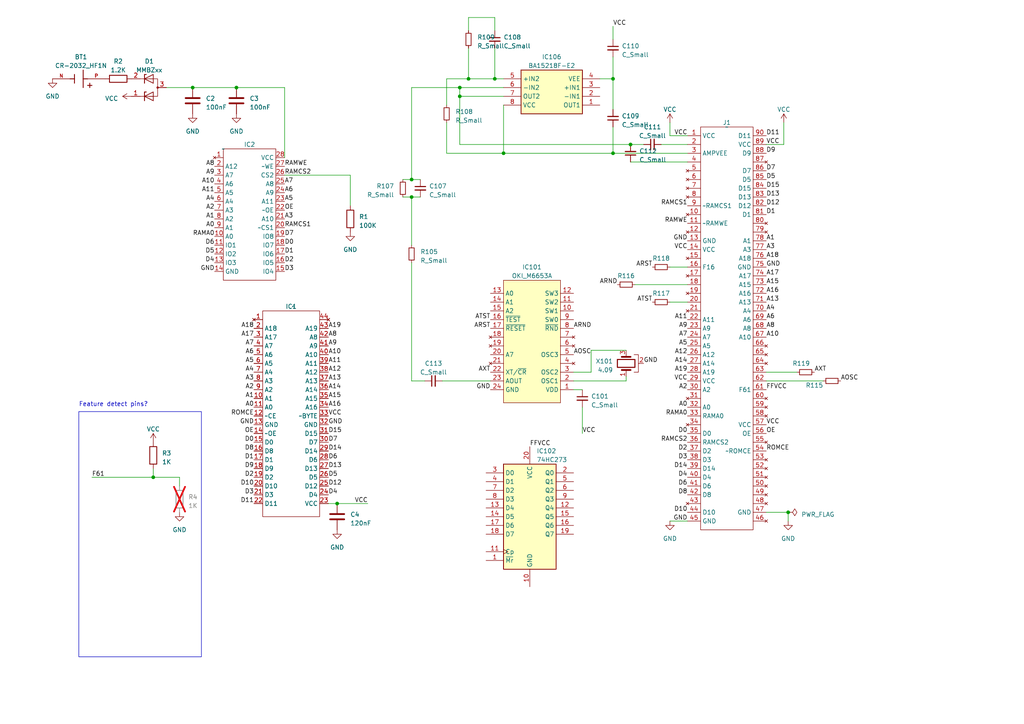
<source format=kicad_sch>
(kicad_sch (version 20230121) (generator eeschema)
  (paper "A4")
  (title_block (title "Reverse Engineered Z544-1") (date "2023-03-08"))
  (lib_symbols
    (symbol "74xx:74HC273"
      (property "Reference" "U" (at -7.62 16.51 0))
      (property "Value" "74HC273" (at -7.62 -16.51 0))
      (symbol "74HC273_1_0"
        (pin input line (at -12.7 -12.7 0) (length 5.08) (name "~{Mr}") (number "1"))
        (pin power_in line (at 0 -20.32 90) (length 5.08) (name "GND") (number "10"))
        (pin input clock (at -12.7 -10.16 0) (length 5.08) (name "Cp") (number "11"))
        (pin output line (at 12.7 2.54 180) (length 5.08) (name "Q4") (number "12"))
        (pin input line (at -12.7 2.54 0) (length 5.08) (name "D4") (number "13"))
        (pin input line (at -12.7 0 0) (length 5.08) (name "D5") (number "14"))
        (pin output line (at 12.7 0 180) (length 5.08) (name "Q5") (number "15"))
        (pin output line (at 12.7 -2.54 180) (length 5.08) (name "Q6") (number "16"))
        (pin input line (at -12.7 -2.54 0) (length 5.08) (name "D6") (number "17"))
        (pin input line (at -12.7 -5.08 0) (length 5.08) (name "D7") (number "18"))
        (pin output line (at 12.7 -5.08 180) (length 5.08) (name "Q7") (number "19"))
        (pin output line (at 12.7 12.7 180) (length 5.08) (name "Q0") (number "2"))
        (pin power_in line (at 0 20.32 270) (length 5.08) (name "VCC") (number "20"))
        (pin input line (at -12.7 12.7 0) (length 5.08) (name "D0") (number "3"))
        (pin input line (at -12.7 10.16 0) (length 5.08) (name "D1") (number "4"))
        (pin output line (at 12.7 10.16 180) (length 5.08) (name "Q1") (number "5"))
        (pin output line (at 12.7 7.62 180) (length 5.08) (name "Q2") (number "6"))
        (pin input line (at -12.7 7.62 0) (length 5.08) (name "D2") (number "7"))
        (pin input line (at -12.7 5.08 0) (length 5.08) (name "D3") (number "8"))
        (pin output line (at 12.7 5.08 180) (length 5.08) (name "Q3") (number "9"))
      )
      (symbol "74HC273_1_1"
        (rectangle (start -7.62 15.24) (end 7.62 -15.24) (stroke (width 0.254)) (fill (type background)))
      )
    )
    (symbol "Device:C" (pin_numbers hide) (pin_names (offset 0.254))
      (property "Reference" "C" (at 0.635 2.54 0))
      (property "Value" "C" (at 0.635 -2.54 0))
      (symbol "C_0_1"
        (polyline (pts (xy -2.032 -0.762) (xy 2.032 -0.762)) (stroke (width 0.508)))
        (polyline (pts (xy -2.032 0.762) (xy 2.032 0.762)) (stroke (width 0.508)))
      )
      (symbol "C_1_1"
        (pin passive line (at 0 3.81 270) (length 2.794) (name "~") (number "1"))
        (pin passive line (at 0 -3.81 90) (length 2.794) (name "~") (number "2"))
      )
    )
    (symbol "Device:C_Small" (pin_numbers hide) (pin_names (offset 0.254) hide)
      (property "Reference" "C" (at 0.254 1.778 0))
      (property "Value" "C_Small" (at 0.254 -2.032 0))
      (symbol "C_Small_0_1"
        (polyline (pts (xy -1.524 -0.508) (xy 1.524 -0.508)) (stroke (width 0.3302)))
        (polyline (pts (xy -1.524 0.508) (xy 1.524 0.508)) (stroke (width 0.3048)))
      )
      (symbol "C_Small_1_1"
        (pin passive line (at 0 2.54 270) (length 2.032) (name "~") (number "1"))
        (pin passive line (at 0 -2.54 90) (length 2.032) (name "~") (number "2"))
      )
    )
    (symbol "Device:Crystal_GND2" (pin_names (offset 1.016) hide)
      (property "Reference" "Y" (at 0 5.715 0))
      (property "Value" "Crystal_GND2" (at 0 3.81 0))
      (symbol "Crystal_GND2_0_1"
        (rectangle (start -1.143 2.54) (end 1.143 -2.54) (stroke (width 0.3048)))
        (polyline (pts (xy -2.54 0) (xy -1.905 0)))
        (polyline (pts (xy -1.905 -1.27) (xy -1.905 1.27)) (stroke (width 0.508)))
        (polyline (pts (xy 0 -3.81) (xy 0 -3.556)))
        (polyline (pts (xy 1.905 0) (xy 2.54 0)))
        (polyline (pts (xy 1.905 1.27) (xy 1.905 -1.27)) (stroke (width 0.508)))
        (polyline (pts (xy -2.54 -2.286) (xy -2.54 -3.556) (xy 2.54 -3.556) (xy 2.54 -2.286)))
      )
      (symbol "Crystal_GND2_1_1"
        (pin passive line (at -3.81 0 0) (length 1.27) (name "1") (number "1"))
        (pin passive line (at 0 -5.08 90) (length 1.27) (name "2") (number "2"))
        (pin passive line (at 3.81 0 180) (length 1.27) (name "3") (number "3"))
      )
    )
    (symbol "Device:R" (pin_numbers hide) (pin_names (offset 0))
      (property "Reference" "R" (at 2.032 0 90))
      (property "Value" "R" (at 0 0 90))
      (symbol "R_0_1"
        (rectangle (start -1.016 -2.54) (end 1.016 2.54) (stroke (width 0.254)))
      )
      (symbol "R_1_1"
        (pin passive line (at 0 3.81 270) (length 1.27) (name "~") (number "1"))
        (pin passive line (at 0 -3.81 90) (length 1.27) (name "~") (number "2"))
      )
    )
    (symbol "Device:R_Small" (pin_numbers hide) (pin_names (offset 0.254) hide)
      (property "Reference" "R" (at 0.762 0.508 0))
      (property "Value" "R_Small" (at 0.762 -1.016 0))
      (symbol "R_Small_0_1"
        (rectangle (start -0.762 1.778) (end 0.762 -1.778) (stroke (width 0.2032)))
      )
      (symbol "R_Small_1_1"
        (pin passive line (at 0 2.54 270) (length 0.762) (name "~") (number "1"))
        (pin passive line (at 0 -2.54 90) (length 0.762) (name "~") (number "2"))
      )
    )
    (symbol "Diode:MMBZxx" (pin_names (offset 1.016) hide)
      (property "Reference" "D" (at 3.81 2.54 0))
      (property "Value" "MMBZxx" (at 3.81 0 0))
      (symbol "MMBZxx_0_1"
        (circle (center 0 -2.54) (radius 0.254) (fill (type outline)))
        (polyline (pts (xy -2.54 -1.27) (xy -2.54 2.54)))
        (polyline (pts (xy 2.54 -1.27) (xy 2.54 2.54)))
        (polyline (pts (xy -3.81 1.27) (xy -1.27 1.27) (xy -1.27 0.762)) (stroke (width 0.254)))
        (polyline (pts (xy 1.27 1.27) (xy 3.81 1.27) (xy 3.81 0.762)) (stroke (width 0.254)))
        (polyline (pts (xy -2.54 0) (xy -2.54 -2.54) (xy 2.54 -2.54) (xy 2.54 0)))
      )
      (symbol "MMBZxx_1_1"
        (polyline (pts (xy -3.81 -1.27) (xy -1.27 -1.27) (xy -2.54 1.27) (xy -3.81 -1.27)) (stroke (width 0.2032)))
        (polyline (pts (xy 1.27 -1.27) (xy 3.81 -1.27) (xy 2.54 1.27) (xy 1.27 -1.27)) (stroke (width 0.2032)))
        (pin passive line (at -2.54 5.08 270) (length 2.54) (name "K") (number "1"))
        (pin passive line (at 2.54 5.08 270) (length 2.54) (name "K") (number "2"))
        (pin passive line (at 0 -5.08 90) (length 2.54) (name "A") (number "3"))
      )
    )
    (symbol "LOOPY_Batt:CR-2032_HF1N" (pin_names (offset 1.016))
      (property "Reference" "BT" (at -3.81 3.81 0))
      (property "Value" "CR-2032_HF1N" (at -3.81 -5.08 0))
      (symbol "CR-2032_HF1N_0_0"
        (polyline (pts (xy -3.81 1.905) (xy -2.54 1.905)) (stroke (width 0.254)))
        (polyline (pts (xy -3.175 2.54) (xy -3.175 1.27)) (stroke (width 0.254)))
        (polyline (pts (xy -1.27 0) (xy -2.54 0)) (stroke (width 0.254)))
        (polyline (pts (xy -1.27 0) (xy -1.27 -2.54)) (stroke (width 0.254)))
        (polyline (pts (xy -1.27 2.54) (xy -1.27 0)) (stroke (width 0.254)))
        (polyline (pts (xy 1.27 0) (xy 1.27 -1.27)) (stroke (width 0.254)))
        (polyline (pts (xy 1.27 0) (xy 2.54 0)) (stroke (width 0.254)))
        (polyline (pts (xy 1.27 1.27) (xy 1.27 0)) (stroke (width 0.254)))
        (pin passive line (at 7.62 0 180) (length 5.08) (name "~") (number "N"))
        (pin passive line (at -7.62 0 0) (length 5.08) (name "~") (number "P"))
      )
    )
    (symbol "LOOPY_Cart:HM9264BLFP"
      (property "Reference" "U" (at 0 3.81 0))
      (symbol "HM9264BLFP_0_1"
        (rectangle (start -7.62 0) (end 7.62 -38.1))
      )
      (symbol "HM9264BLFP_1_1"
        (pin no_connect line (at -10.16 -2.54 0) (length 2.54) (name "") (number "1"))
        (pin input line (at -10.16 -25.4 0) (length 2.54) (name "A0") (number "10"))
        (pin bidirectional line (at -10.16 -27.94 0) (length 2.54) (name "IO1") (number "11"))
        (pin bidirectional line (at -10.16 -30.48 0) (length 2.54) (name "IO2") (number "12"))
        (pin bidirectional line (at -10.16 -33.02 0) (length 2.54) (name "IO3") (number "13"))
        (pin passive line (at -10.16 -35.56 0) (length 2.54) (name "GND") (number "14"))
        (pin bidirectional line (at 10.16 -35.56 180) (length 2.54) (name "IO4") (number "15"))
        (pin bidirectional line (at 10.16 -33.02 180) (length 2.54) (name "IO5") (number "16"))
        (pin bidirectional line (at 10.16 -30.48 180) (length 2.54) (name "IO6") (number "17"))
        (pin bidirectional line (at 10.16 -27.94 180) (length 2.54) (name "IO7") (number "18"))
        (pin bidirectional line (at 10.16 -25.4 180) (length 2.54) (name "IO8") (number "19"))
        (pin input line (at -10.16 -5.08 0) (length 2.54) (name "A12") (number "2"))
        (pin input line (at 10.16 -22.86 180) (length 2.54) (name "~CS1") (number "20"))
        (pin input line (at 10.16 -20.32 180) (length 2.54) (name "A10") (number "21"))
        (pin input line (at 10.16 -17.78 180) (length 2.54) (name "~OE") (number "22"))
        (pin input line (at 10.16 -15.24 180) (length 2.54) (name "A11") (number "23"))
        (pin input line (at 10.16 -12.7 180) (length 2.54) (name "A9") (number "24"))
        (pin input line (at 10.16 -10.16 180) (length 2.54) (name "A8") (number "25"))
        (pin input line (at 10.16 -7.62 180) (length 2.54) (name "CS2") (number "26"))
        (pin input line (at 10.16 -5.08 180) (length 2.54) (name "~WE") (number "27"))
        (pin passive line (at 10.16 -2.54 180) (length 2.54) (name "VCC") (number "28"))
        (pin input line (at -10.16 -7.62 0) (length 2.54) (name "A7") (number "3"))
        (pin input line (at -10.16 -10.16 0) (length 2.54) (name "A6") (number "4"))
        (pin input line (at -10.16 -12.7 0) (length 2.54) (name "A5") (number "5"))
        (pin input line (at -10.16 -15.24 0) (length 2.54) (name "A4") (number "6"))
        (pin input line (at -10.16 -17.78 0) (length 2.54) (name "A3") (number "7"))
        (pin input line (at -10.16 -20.32 0) (length 2.54) (name "A2") (number "8"))
        (pin input line (at -10.16 -22.86 0) (length 2.54) (name "A1") (number "9"))
      )
    )
    (symbol "LOOPY_Cart:LOOPY-Cart-Connector"
      (property "Reference" "J" (at 0 1.27 0))
      (symbol "LOOPY-Cart-Connector_0_1"
        (rectangle (start -7.62 0) (end 7.62 -116.84))
      )
      (symbol "LOOPY-Cart-Connector_1_1"
        (pin power_in line (at -11.43 -2.54 0) (length 3.81) (name "VCC") (number "1"))
        (pin no_connect line (at -11.43 -25.4 0) (length 3.81) (name "") (number "10"))
        (pin output line (at -11.43 -27.94 0) (length 3.81) (name "~RAMWE") (number "11"))
        (pin no_connect line (at -11.43 -30.48 0) (length 3.81) (name "") (number "12"))
        (pin power_in line (at -11.43 -33.02 0) (length 3.81) (name "GND") (number "13"))
        (pin power_in line (at -11.43 -35.56 0) (length 3.81) (name "VCC") (number "14"))
        (pin no_connect line (at -11.43 -38.1 0) (length 3.81) (name "") (number "15"))
        (pin passive line (at -11.43 -40.64 0) (length 3.81) (name "F16") (number "16"))
        (pin no_connect line (at -11.43 -43.18 0) (length 3.81) (name "") (number "17"))
        (pin passive line (at -11.43 -45.72 0) (length 3.81) (name "") (number "18"))
        (pin no_connect line (at -11.43 -48.26 0) (length 3.81) (name "") (number "19"))
        (pin bidirectional line (at -11.43 -5.08 0) (length 3.81) (name "") (number "2"))
        (pin passive line (at -11.43 -50.8 0) (length 3.81) (name "") (number "20"))
        (pin no_connect line (at -11.43 -53.34 0) (length 3.81) (name "") (number "21"))
        (pin bidirectional line (at -11.43 -55.88 0) (length 3.81) (name "A11") (number "22"))
        (pin bidirectional line (at -11.43 -58.42 0) (length 3.81) (name "A9") (number "23"))
        (pin bidirectional line (at -11.43 -60.96 0) (length 3.81) (name "A7") (number "24"))
        (pin bidirectional line (at -11.43 -63.5 0) (length 3.81) (name "A5") (number "25"))
        (pin bidirectional line (at -11.43 -66.04 0) (length 3.81) (name "A12") (number "26"))
        (pin bidirectional line (at -11.43 -68.58 0) (length 3.81) (name "A14") (number "27"))
        (pin bidirectional line (at -11.43 -71.12 0) (length 3.81) (name "A19") (number "28"))
        (pin power_out line (at -11.43 -73.66 0) (length 3.81) (name "VCC") (number "29"))
        (pin power_in line (at -11.43 -7.62 0) (length 3.81) (name "AMPVEE") (number "3"))
        (pin bidirectional line (at -11.43 -76.2 0) (length 3.81) (name "A2") (number "30"))
        (pin no_connect line (at -11.43 -78.74 0) (length 3.81) (name "") (number "31"))
        (pin bidirectional line (at -11.43 -81.28 0) (length 3.81) (name "A0") (number "32"))
        (pin bidirectional line (at -11.43 -83.82 0) (length 3.81) (name "RAMA0") (number "33"))
        (pin no_connect line (at -11.43 -86.36 0) (length 3.81) (name "") (number "34"))
        (pin bidirectional line (at -11.43 -88.9 0) (length 3.81) (name "D0") (number "35"))
        (pin output line (at -11.43 -91.44 0) (length 3.81) (name "RAMCS2") (number "36"))
        (pin bidirectional line (at -11.43 -93.98 0) (length 3.81) (name "D2") (number "37"))
        (pin bidirectional line (at -11.43 -96.52 0) (length 3.81) (name "D3") (number "38"))
        (pin bidirectional line (at -11.43 -99.06 0) (length 3.81) (name "D14") (number "39"))
        (pin bidirectional line (at -11.43 -10.16 0) (length 3.81) (name "") (number "4"))
        (pin bidirectional line (at -11.43 -101.6 0) (length 3.81) (name "D4") (number "40"))
        (pin bidirectional line (at -11.43 -104.14 0) (length 3.81) (name "D6") (number "41"))
        (pin bidirectional line (at -11.43 -106.68 0) (length 3.81) (name "D8") (number "42"))
        (pin no_connect line (at -11.43 -109.22 0) (length 3.81) (name "") (number "43"))
        (pin bidirectional line (at -11.43 -111.76 0) (length 3.81) (name "D10") (number "44"))
        (pin power_in line (at -11.43 -114.3 0) (length 3.81) (name "GND") (number "45"))
        (pin no_connect line (at 11.43 -114.3 180) (length 3.81) (name "") (number "46"))
        (pin power_in line (at 11.43 -111.76 180) (length 3.81) (name "GND") (number "47"))
        (pin no_connect line (at 11.43 -109.22 180) (length 3.81) (name "") (number "48"))
        (pin no_connect line (at 11.43 -106.68 180) (length 3.81) (name "") (number "49"))
        (pin no_connect line (at -11.43 -12.7 0) (length 3.81) (name "") (number "5"))
        (pin no_connect line (at 11.43 -104.14 180) (length 3.81) (name "") (number "50"))
        (pin no_connect line (at 11.43 -101.6 180) (length 3.81) (name "") (number "51"))
        (pin no_connect line (at 11.43 -99.06 180) (length 3.81) (name "") (number "52"))
        (pin no_connect line (at 11.43 -96.52 180) (length 3.81) (name "") (number "53"))
        (pin output line (at 11.43 -93.98 180) (length 3.81) (name "~ROMCE") (number "54"))
        (pin no_connect line (at 11.43 -91.44 180) (length 3.81) (name "") (number "55"))
        (pin passive line (at 11.43 -88.9 180) (length 3.81) (name "OE") (number "56"))
        (pin power_in line (at 11.43 -86.36 180) (length 3.81) (name "VCC") (number "57"))
        (pin no_connect line (at 11.43 -83.82 180) (length 3.81) (name "") (number "58"))
        (pin no_connect line (at 11.43 -81.28 180) (length 3.81) (name "") (number "59"))
        (pin no_connect line (at -11.43 -15.24 0) (length 3.81) (name "") (number "6"))
        (pin no_connect line (at 11.43 -78.74 180) (length 3.81) (name "") (number "60"))
        (pin passive line (at 11.43 -76.2 180) (length 3.81) (name "F61") (number "61"))
        (pin passive line (at 11.43 -73.66 180) (length 3.81) (name "") (number "62"))
        (pin passive line (at 11.43 -71.12 180) (length 3.81) (name "") (number "63"))
        (pin no_connect line (at 11.43 -68.58 180) (length 3.81) (name "") (number "64"))
        (pin no_connect line (at 11.43 -66.04 180) (length 3.81) (name "") (number "65"))
        (pin no_connect line (at 11.43 -63.5 180) (length 3.81) (name "") (number "66"))
        (pin bidirectional line (at 11.43 -60.96 180) (length 3.81) (name "A10") (number "67"))
        (pin bidirectional line (at 11.43 -58.42 180) (length 3.81) (name "A8") (number "68"))
        (pin bidirectional line (at 11.43 -55.88 180) (length 3.81) (name "A6") (number "69"))
        (pin no_connect line (at -11.43 -17.78 0) (length 3.81) (name "") (number "7"))
        (pin bidirectional line (at 11.43 -53.34 180) (length 3.81) (name "A4") (number "70"))
        (pin bidirectional line (at 11.43 -50.8 180) (length 3.81) (name "A13") (number "71"))
        (pin bidirectional line (at 11.43 -48.26 180) (length 3.81) (name "A16") (number "72"))
        (pin bidirectional line (at 11.43 -45.72 180) (length 3.81) (name "A15") (number "73"))
        (pin bidirectional line (at 11.43 -43.18 180) (length 3.81) (name "A17") (number "74"))
        (pin power_in line (at 11.43 -40.64 180) (length 3.81) (name "GND") (number "75"))
        (pin bidirectional line (at 11.43 -38.1 180) (length 3.81) (name "A18") (number "76"))
        (pin bidirectional line (at 11.43 -35.56 180) (length 3.81) (name "A3") (number "77"))
        (pin bidirectional line (at 11.43 -33.02 180) (length 3.81) (name "A1") (number "78"))
        (pin no_connect line (at 11.43 -30.48 180) (length 3.81) (name "") (number "79"))
        (pin no_connect line (at -11.43 -20.32 0) (length 3.81) (name "") (number "8"))
        (pin no_connect line (at 11.43 -27.94 180) (length 3.81) (name "") (number "80"))
        (pin bidirectional line (at 11.43 -25.4 180) (length 3.81) (name "D1") (number "81"))
        (pin bidirectional line (at 11.43 -22.86 180) (length 3.81) (name "D12") (number "82"))
        (pin bidirectional line (at 11.43 -20.32 180) (length 3.81) (name "D13") (number "83"))
        (pin bidirectional line (at 11.43 -17.78 180) (length 3.81) (name "D15") (number "84"))
        (pin bidirectional line (at 11.43 -15.24 180) (length 3.81) (name "D5") (number "85"))
        (pin bidirectional line (at 11.43 -12.7 180) (length 3.81) (name "D7") (number "86"))
        (pin no_connect line (at 11.43 -10.16 180) (length 3.81) (name "") (number "87"))
        (pin bidirectional line (at 11.43 -7.62 180) (length 3.81) (name "D9") (number "88"))
        (pin power_in line (at 11.43 -5.08 180) (length 3.81) (name "VCC") (number "89"))
        (pin output line (at -11.43 -22.86 0) (length 3.81) (name "~RAMCS1") (number "9"))
        (pin bidirectional line (at 11.43 -2.54 180) (length 3.81) (name "D11") (number "90"))
      )
    )
    (symbol "LOOPY_Cart:UPD23C16000"
      (property "Reference" "U" (at 0 0 0))
      (symbol "UPD23C16000_0_1"
        (rectangle (start -8.89 -1.27) (end 7.62 -60.96))
      )
      (symbol "UPD23C16000_1_1"
        (pin no_connect line (at -11.43 -3.81 0) (length 2.54) (name "") (number "1"))
        (pin input line (at -11.43 -26.67 0) (length 2.54) (name "A1") (number "10"))
        (pin input line (at -11.43 -29.21 0) (length 2.54) (name "A0") (number "11"))
        (pin input line (at -11.43 -31.75 0) (length 2.54) (name "~CE") (number "12"))
        (pin power_in line (at -11.43 -34.29 0) (length 2.54) (name "GND") (number "13"))
        (pin input line (at -11.43 -36.83 0) (length 2.54) (name "~OE") (number "14"))
        (pin output line (at -11.43 -39.37 0) (length 2.54) (name "D0") (number "15"))
        (pin output line (at -11.43 -41.91 0) (length 2.54) (name "D8") (number "16"))
        (pin output line (at -11.43 -44.45 0) (length 2.54) (name "D1") (number "17"))
        (pin output line (at -11.43 -46.99 0) (length 2.54) (name "D9") (number "18"))
        (pin output line (at -11.43 -49.53 0) (length 2.54) (name "D2") (number "19"))
        (pin input line (at -11.43 -6.35 0) (length 2.54) (name "A18") (number "2"))
        (pin output line (at -11.43 -52.07 0) (length 2.54) (name "D10") (number "20"))
        (pin output line (at -11.43 -54.61 0) (length 2.54) (name "D3") (number "21"))
        (pin output line (at -11.43 -57.15 0) (length 2.54) (name "D11") (number "22"))
        (pin power_in line (at 10.16 -57.15 180) (length 2.54) (name "VCC") (number "23"))
        (pin output line (at 10.16 -54.61 180) (length 2.54) (name "D4") (number "24"))
        (pin output line (at 10.16 -52.07 180) (length 2.54) (name "D12") (number "25"))
        (pin output line (at 10.16 -49.53 180) (length 2.54) (name "D5") (number "26"))
        (pin output line (at 10.16 -46.99 180) (length 2.54) (name "D13") (number "27"))
        (pin output line (at 10.16 -44.45 180) (length 2.54) (name "D6") (number "28"))
        (pin output line (at 10.16 -41.91 180) (length 2.54) (name "D14") (number "29"))
        (pin input line (at -11.43 -8.89 0) (length 2.54) (name "A17") (number "3"))
        (pin output line (at 10.16 -39.37 180) (length 2.54) (name "D7") (number "30"))
        (pin output line (at 10.16 -36.83 180) (length 2.54) (name "D15") (number "31"))
        (pin power_in line (at 10.16 -34.29 180) (length 2.54) (name "GND") (number "32"))
        (pin input line (at 10.16 -31.75 180) (length 2.54) (name "~BYTE") (number "33"))
        (pin input line (at 10.16 -29.21 180) (length 2.54) (name "A16") (number "34"))
        (pin input line (at 10.16 -26.67 180) (length 2.54) (name "A15") (number "35"))
        (pin input line (at 10.16 -24.13 180) (length 2.54) (name "A14") (number "36"))
        (pin input line (at 10.16 -21.59 180) (length 2.54) (name "A13") (number "37"))
        (pin input line (at 10.16 -19.05 180) (length 2.54) (name "A12") (number "38"))
        (pin input line (at 10.16 -16.51 180) (length 2.54) (name "A11") (number "39"))
        (pin input line (at -11.43 -11.43 0) (length 2.54) (name "A7") (number "4"))
        (pin input line (at 10.16 -13.97 180) (length 2.54) (name "A10") (number "40"))
        (pin input line (at 10.16 -11.43 180) (length 2.54) (name "A9") (number "41"))
        (pin input line (at 10.16 -8.89 180) (length 2.54) (name "A8") (number "42"))
        (pin input line (at 10.16 -6.35 180) (length 2.54) (name "A19") (number "43"))
        (pin no_connect line (at 10.16 -3.81 180) (length 2.54) (name "") (number "44"))
        (pin input line (at -11.43 -13.97 0) (length 2.54) (name "A6") (number "5"))
        (pin input line (at -11.43 -16.51 0) (length 2.54) (name "A5") (number "6"))
        (pin input line (at -11.43 -19.05 0) (length 2.54) (name "A4") (number "7"))
        (pin input line (at -11.43 -21.59 0) (length 2.54) (name "A3") (number "8"))
        (pin input line (at -11.43 -24.13 0) (length 2.54) (name "A2") (number "9"))
      )
    )
    (symbol "LOOPY_Opamp:BA15218F-E2"
      (property "Reference" "IC" (at 24.13 7.62 0))
      (property "Value" "BA15218F-E2" (at 24.13 5.08 0))
      (symbol "BA15218F-E2_1_1"
        (rectangle (start 5.08 2.54) (end 22.86 -10.16) (stroke (width 0.254)) (fill (type background)))
        (pin passive line (at 0 0 0) (length 5.08) (name "OUT1") (number "1"))
        (pin passive line (at 0 -2.54 0) (length 5.08) (name "-IN1") (number "2"))
        (pin passive line (at 0 -5.08 0) (length 5.08) (name "+IN1") (number "3"))
        (pin passive line (at 0 -7.62 0) (length 5.08) (name "VEE") (number "4"))
        (pin passive line (at 27.94 -7.62 180) (length 5.08) (name "+IN2") (number "5"))
        (pin passive line (at 27.94 -5.08 180) (length 5.08) (name "-IN2") (number "6"))
        (pin passive line (at 27.94 -2.54 180) (length 5.08) (name "OUT2") (number "7"))
        (pin passive line (at 27.94 0 180) (length 5.08) (name "VCC") (number "8"))
      )
    )
    (symbol "LOOPY_PCM:OKI_M6653A"
      (property "Reference" "U" (at 8.89 3.81 0))
      (property "Value" "OKI_M6653A" (at 8.89 1.27 0))
      (symbol "OKI_M6653A_0_1"
        (rectangle (start 0 0) (end 16.51 -35.56) (fill (type background)))
      )
      (symbol "OKI_M6653A_1_1"
        (pin power_in line (at -3.81 -3.81 0) (length 3.81) (name "VDD") (number "1"))
        (pin passive line (at -3.81 -26.67 0) (length 3.81) (name "SW1") (number "10"))
        (pin passive line (at -3.81 -29.21 0) (length 3.81) (name "SW2") (number "11"))
        (pin passive line (at -3.81 -31.75 0) (length 3.81) (name "SW3") (number "12"))
        (pin passive line (at 20.32 -31.75 180) (length 3.81) (name "A0") (number "13"))
        (pin passive line (at 20.32 -29.21 180) (length 3.81) (name "A1") (number "14"))
        (pin passive line (at 20.32 -26.67 180) (length 3.81) (name "A2") (number "15"))
        (pin passive line (at 20.32 -24.13 180) (length 3.81) (name "~{TEST}") (number "16"))
        (pin passive line (at 20.32 -21.59 180) (length 3.81) (name "~{RESET}") (number "17"))
        (pin no_connect line (at 20.32 -19.05 180) (length 3.81) (name "") (number "18"))
        (pin no_connect line (at 20.32 -16.51 180) (length 3.81) (name "") (number "19"))
        (pin passive line (at -3.81 -6.35 0) (length 3.81) (name "OSC1") (number "2"))
        (pin passive line (at 20.32 -13.97 180) (length 3.81) (name "A7") (number "20"))
        (pin no_connect line (at 20.32 -11.43 180) (length 3.81) (name "") (number "21"))
        (pin passive line (at 20.32 -8.89 180) (length 3.81) (name "XT/~{CR}") (number "22"))
        (pin passive line (at 20.32 -6.35 180) (length 3.81) (name "AOUT") (number "23"))
        (pin power_in line (at 20.32 -3.81 180) (length 3.81) (name "GND") (number "24"))
        (pin passive line (at -3.81 -8.89 0) (length 3.81) (name "OSC2") (number "3"))
        (pin no_connect line (at -3.81 -11.43 0) (length 3.81) (name "") (number "4"))
        (pin passive line (at -3.81 -13.97 0) (length 3.81) (name "OSC3") (number "5"))
        (pin no_connect line (at -3.81 -16.51 0) (length 3.81) (name "") (number "6"))
        (pin no_connect line (at -3.81 -19.05 0) (length 3.81) (name "") (number "7"))
        (pin passive line (at -3.81 -21.59 0) (length 3.81) (name "~{RND}") (number "8"))
        (pin passive line (at -3.81 -24.13 0) (length 3.81) (name "SW0") (number "9"))
      )
    )
    (symbol "power:GND" (power) (pin_names (offset 0))
      (property "Value" "GND" (at 0 -3.81 0))
      (symbol "GND_0_1"
        (polyline (pts (xy 0 0) (xy 0 -1.27) (xy 1.27 -1.27) (xy 0 -2.54) (xy -1.27 -1.27) (xy 0 -1.27)))
      )
      (symbol "GND_1_1"
        (pin power_in line (at 0 0 270) (length 0) hide (name "GND") (number "1"))
      )
    )
    (symbol "power:PWR_FLAG" (power) (pin_numbers hide) (pin_names (offset 0) hide)
      (property "Value" "PWR_FLAG" (at 0 3.81 0))
      (symbol "PWR_FLAG_0_0"
        (pin power_out line (at 0 0 90) (length 0) (name "pwr") (number "1"))
      )
      (symbol "PWR_FLAG_0_1"
        (polyline (pts (xy 0 0) (xy 0 1.27) (xy -1.016 1.905) (xy 0 2.54) (xy 1.016 1.905) (xy 0 1.27)))
      )
    )
    (symbol "power:VCC" (power) (pin_names (offset 0))
      (property "Value" "VCC" (at 0 3.81 0))
      (symbol "VCC_0_1"
        (polyline (pts (xy -0.762 1.27) (xy 0 2.54)))
        (polyline (pts (xy 0 0) (xy 0 2.54)))
        (polyline (pts (xy 0 2.54) (xy 0.762 1.27)))
      )
      (symbol "VCC_1_1"
        (pin power_in line (at 0 0 90) (length 0) hide (name "VCC") (number "1"))
      )
    )
  )
  (junction (at 177.8 44.45))
  (junction (at 143.51 22.86))
  (junction (at 68.58 25.4))
  (junction (at 97.79 146.05))
  (junction (at 133.35 27.94))
  (junction (at 182.88 41.91))
  (junction (at 228.6 148.59))
  (junction (at 44.45 138.43))
  (junction (at 55.88 25.4))
  (junction (at 146.05 44.45))
  (junction (at 119.38 52.07))
  (junction (at 135.89 22.86))
  (junction (at 177.8 22.86))
  (junction (at 119.38 57.15))
  (junction (at 133.35 25.4))
  (wire (pts (xy 194.31 151.13) (xy 199.39 151.13)))
  (wire (pts (xy 129.54 44.45) (xy 146.05 44.45)))
  (wire (pts (xy 199.39 77.47) (xy 194.31 77.47)))
  (wire (pts (xy 222.25 110.49) (xy 238.76 110.49)))
  (wire (pts (xy 48.26 25.4) (xy 55.88 25.4)))
  (wire (pts (xy 129.54 35.56) (xy 129.54 44.45)))
  (wire (pts (xy 119.38 25.4) (xy 119.38 52.07)))
  (wire (pts (xy 222.25 148.59) (xy 228.6 148.59)))
  (wire (pts (xy 133.35 41.91) (xy 182.88 41.91)))
  (wire (pts (xy 119.38 76.2) (xy 119.38 110.49)))
  (wire (pts (xy 177.8 44.45) (xy 199.39 44.45)))
  (wire (pts (xy 101.6 50.8) (xy 101.6 59.69)))
  (wire (pts (xy 135.89 5.08) (xy 143.51 5.08)))
  (wire (pts (xy 55.88 25.4) (xy 68.58 25.4)))
  (wire (pts (xy 191.77 41.91) (xy 199.39 41.91)))
  (wire (pts (xy 182.88 41.91) (xy 186.69 41.91)))
  (wire (pts (xy 133.35 27.94) (xy 133.35 41.91)))
  (wire (pts (xy 135.89 13.97) (xy 135.89 22.86)))
  (wire (pts (xy 173.99 22.86) (xy 177.8 22.86)))
  (wire (pts (xy 171.45 101.6) (xy 171.45 107.95)))
  (wire (pts (xy 199.39 87.63) (xy 194.31 87.63)))
  (wire (pts (xy 119.38 57.15) (xy 119.38 71.12)))
  (wire (pts (xy 82.55 50.8) (xy 101.6 50.8)))
  (wire (pts (xy 26.67 138.43) (xy 44.45 138.43)))
  (wire (pts (xy 52.07 138.43) (xy 52.07 140.97)))
  (wire (pts (xy 116.84 52.07) (xy 119.38 52.07)))
  (wire (pts (xy 166.37 113.03) (xy 168.91 113.03)))
  (wire (pts (xy 119.38 25.4) (xy 133.35 25.4)))
  (wire (pts (xy 119.38 110.49) (xy 123.19 110.49)))
  (wire (pts (xy 146.05 30.48) (xy 146.05 44.45)))
  (wire (pts (xy 182.88 46.99) (xy 199.39 46.99)))
  (wire (pts (xy 227.33 41.91) (xy 227.33 35.56)))
  (wire (pts (xy 97.79 146.05) (xy 106.68 146.05)))
  (wire (pts (xy 44.45 138.43) (xy 52.07 138.43)))
  (wire (pts (xy 133.35 25.4) (xy 146.05 25.4)))
  (wire (pts (xy 119.38 57.15) (xy 121.92 57.15)))
  (wire (pts (xy 177.8 22.86) (xy 177.8 31.75)))
  (wire (pts (xy 133.35 25.4) (xy 133.35 27.94)))
  (wire (pts (xy 222.25 41.91) (xy 227.33 41.91)))
  (wire (pts (xy 68.58 25.4) (xy 82.55 25.4)))
  (wire (pts (xy 82.55 25.4) (xy 82.55 45.72)))
  (wire (pts (xy 171.45 107.95) (xy 166.37 107.95)))
  (wire (pts (xy 143.51 22.86) (xy 146.05 22.86)))
  (wire (pts (xy 135.89 8.89) (xy 135.89 5.08)))
  (wire (pts (xy 146.05 44.45) (xy 177.8 44.45)))
  (wire (pts (xy 143.51 5.08) (xy 143.51 8.89)))
  (wire (pts (xy 116.84 57.15) (xy 119.38 57.15)))
  (wire (pts (xy 97.79 146.05) (xy 95.25 146.05)))
  (wire (pts (xy 129.54 22.86) (xy 135.89 22.86)))
  (wire (pts (xy 181.61 109.22) (xy 181.61 110.49)))
  (wire (pts (xy 128.27 110.49) (xy 142.24 110.49)))
  (wire (pts (xy 129.54 30.48) (xy 129.54 22.86)))
  (wire (pts (xy 231.14 107.95) (xy 222.25 107.95)))
  (wire (pts (xy 181.61 110.49) (xy 166.37 110.49)))
  (wire (pts (xy 199.39 82.55) (xy 184.15 82.55)))
  (wire (pts (xy 177.8 7.62) (xy 177.8 11.43)))
  (wire (pts (xy 199.39 39.37) (xy 194.31 39.37)))
  (wire (pts (xy 135.89 22.86) (xy 143.51 22.86)))
  (wire (pts (xy 119.38 52.07) (xy 121.92 52.07)))
  (wire (pts (xy 194.31 35.56) (xy 194.31 39.37)))
  (wire (pts (xy 177.8 36.83) (xy 177.8 44.45)))
  (wire (pts (xy 44.45 135.89) (xy 44.45 138.43)))
  (wire (pts (xy 177.8 16.51) (xy 177.8 22.86)))
  (wire (pts (xy 228.6 148.59) (xy 228.6 151.13)))
  (wire (pts (xy 181.61 101.6) (xy 171.45 101.6)))
  (wire (pts (xy 143.51 13.97) (xy 143.51 22.86)))
  (wire (pts (xy 133.35 27.94) (xy 146.05 27.94)))
  (wire (pts (xy 168.91 118.11) (xy 168.91 125.73)))
  (rectangle (start 22.86 119.38) (end 58.42 190.5))
  (text "Feature detect pins?" (at 22.86 118.11 0) (effects (font (size 1.27 1.27)) (justify left bottom)))
  (label "D7" (at 95.25 128.27 0))
  (label "A0" (at 199.39 118.11 180))
  (label "RAMWE" (at 82.55 48.26 0))
  (label "D10" (at 73.66 140.97 180))
  (label "VCC" (at 199.39 110.49 180))
  (label "D7" (at 222.25 49.53 0))
  (label "D0" (at 73.66 128.27 180))
  (label "D1" (at 73.66 133.35 180))
  (label "D0" (at 199.39 125.73 180))
  (label "A14" (at 95.25 113.03 0))
  (label "A3" (at 82.55 63.5 0))
  (label "A2" (at 62.23 60.96 180))
  (label "AXT" (at 236.22 107.95 0))
  (label "A17" (at 73.66 97.79 180))
  (label "VCC" (at 222.25 41.91 0))
  (label "GND" (at 222.25 77.47 0))
  (label "D1" (at 222.25 62.23 0))
  (label "A2" (at 73.66 113.03 180))
  (label "A6" (at 222.25 92.71 0))
  (label "A18" (at 73.66 95.25 180))
  (label "D13" (at 95.25 135.89 0))
  (label "A9" (at 95.25 100.33 0))
  (label "D1" (at 82.55 73.66 0))
  (label "D3" (at 82.55 78.74 0))
  (label "D8" (at 199.39 143.51 180))
  (label "GND" (at 186.69 105.41 0))
  (label "A8" (at 95.25 97.79 0))
  (label "VCC" (at 199.39 39.37 180))
  (label "GND" (at 199.39 69.85 180))
  (label "A7" (at 82.55 53.34 0))
  (label "A14" (at 199.39 105.41 180))
  (label "D12" (at 95.25 140.97 0))
  (label "AOSC" (at 166.37 102.87 0))
  (label "A4" (at 222.25 90.17 0))
  (label "A10" (at 62.23 53.34 180))
  (label "D10" (at 199.39 148.59 180))
  (label "D4" (at 62.23 76.2 180))
  (label "D3" (at 199.39 133.35 180))
  (label "AOSC" (at 243.84 110.49 0))
  (label "D0" (at 82.55 71.12 0))
  (label "A8" (at 222.25 95.25 0))
  (label "A1" (at 62.23 63.5 180))
  (label "A9" (at 199.39 95.25 180))
  (label "D4" (at 95.25 143.51 0))
  (label "FFVCC" (at 222.25 113.03 0))
  (label "A12" (at 199.39 102.87 180))
  (label "RAMCS2" (at 199.39 128.27 180))
  (label "ROMCE" (at 222.25 130.81 0))
  (label "A6" (at 73.66 102.87 180))
  (label "RAMA0" (at 62.23 68.58 180))
  (label "A13" (at 222.25 87.63 0))
  (label "D6" (at 62.23 71.12 180))
  (label "A11" (at 62.23 55.88 180))
  (label "OE" (at 222.25 125.73 0))
  (label "VCC" (at 95.25 120.65 0))
  (label "D2" (at 73.66 138.43 180))
  (label "A5" (at 199.39 100.33 180))
  (label "D12" (at 222.25 59.69 0))
  (label "AXT" (at 142.24 107.95 180))
  (label "D7" (at 82.55 68.58 0))
  (label "RAMCS1" (at 199.39 59.69 180))
  (label "D11" (at 222.25 39.37 0))
  (label "VCC" (at 199.39 72.39 180))
  (label "A2" (at 199.39 113.03 180))
  (label "A6" (at 82.55 55.88 0))
  (label "RAMCS1" (at 82.55 66.04 0))
  (label "A1" (at 73.66 115.57 180))
  (label "A10" (at 222.25 97.79 0))
  (label "GND" (at 95.25 123.19 0))
  (label "D6" (at 95.25 133.35 0))
  (label "A11" (at 199.39 92.71 180))
  (label "D8" (at 73.66 130.81 180))
  (label "A11" (at 95.25 105.41 0))
  (label "A9" (at 62.23 50.8 180))
  (label "A17" (at 222.25 80.01 0))
  (label "D15" (at 95.25 125.73 0))
  (label "D9" (at 73.66 135.89 180))
  (label "A12" (at 95.25 107.95 0))
  (label "ATST" (at 142.24 92.71 180))
  (label "A4" (at 62.23 58.42 180))
  (label "A0" (at 73.66 118.11 180))
  (label "A10" (at 95.25 102.87 0))
  (label "D2" (at 82.55 76.2 0))
  (label "VCC" (at 222.25 123.19 0))
  (label "RAMA0" (at 199.39 120.65 180))
  (label "A3" (at 222.25 72.39 0))
  (label "A7" (at 199.39 97.79 180))
  (label "A5" (at 73.66 105.41 180))
  (label "D5" (at 222.25 52.07 0))
  (label "D9" (at 222.25 44.45 0))
  (label "GND" (at 199.39 151.13 180))
  (label "ARST" (at 189.23 77.47 180))
  (label "ARST" (at 142.24 95.25 180))
  (label "GND" (at 142.24 113.03 180))
  (label "A15" (at 222.25 82.55 0))
  (label "D14" (at 95.25 130.81 0))
  (label "ATST" (at 189.23 87.63 180))
  (label "RAMCS2" (at 82.55 50.8 0))
  (label "A8" (at 62.23 48.26 180))
  (label "D2" (at 199.39 130.81 180))
  (label "A5" (at 82.55 58.42 0))
  (label "A3" (at 73.66 110.49 180))
  (label "ROMCE" (at 73.66 120.65 180))
  (label "D5" (at 62.23 73.66 180))
  (label "GND" (at 73.66 123.19 180))
  (label "A1" (at 222.25 69.85 0))
  (label "A0" (at 62.23 66.04 180))
  (label "D15" (at 222.25 54.61 0))
  (label "ARND" (at 179.07 82.55 180))
  (label "ARND" (at 166.37 95.25 0))
  (label "VCC" (at 168.91 125.73 0))
  (label "A18" (at 222.25 74.93 0))
  (label "F61" (at 26.67 138.43 0))
  (label "D13" (at 222.25 57.15 0))
  (label "A19" (at 199.39 107.95 180))
  (label "D5" (at 95.25 138.43 0))
  (label "D3" (at 73.66 143.51 180))
  (label "VCC" (at 106.68 146.05 180))
  (label "A15" (at 95.25 115.57 0))
  (label "A16" (at 95.25 118.11 0))
  (label "D14" (at 199.39 135.89 180))
  (label "VCC" (at 177.8 7.62 0))
  (label "D6" (at 199.39 140.97 180))
  (label "FFVCC" (at 153.67 129.54 0))
  (label "RAMWE" (at 199.39 64.77 180))
  (label "OE" (at 82.55 60.96 0))
  (label "OE" (at 73.66 125.73 180))
  (label "A19" (at 95.25 95.25 0))
  (label "A16" (at 222.25 85.09 0))
  (label "A13" (at 95.25 110.49 0))
  (label "A4" (at 73.66 107.95 180))
  (label "A7" (at 73.66 100.33 180))
  (label "D11" (at 73.66 146.05 180))
  (label "GND" (at 62.23 78.74 180))
  (label "D4" (at 199.39 138.43 180))
  (symbol (lib_id "power:GND") (at 101.6 67.31 0) (unit 1)
    (property "Reference" "#PWR08" (effects hide))
    (property "Value" "GND" (at 101.6 72.39 0))
  )
  (symbol (lib_id "74xx:74HC273") (at 153.67 149.86 0) (unit 1)
    (property "Reference" "IC102" (at 155.6259 130.81 0) (effects (justify left)))
    (property "Value" "74HC273" (at 155.6259 133.35 0) (effects (justify left)))
    (property "Datasheet" "https://assets.nexperia.com/documents/data-sheet/74HC_HCT273.pdf" (effects hide))
  )
  (symbol (lib_id "power:PWR_FLAG") (at 228.6 148.59 270) (unit 1)
    (property "Reference" "#FLG01" (effects hide))
    (property "Value" "PWR_FLAG" (at 232.41 149.225 90) (effects (justify left)))
  )
  (symbol (lib_id "Device:R_Small") (at 135.89 11.43 0) (unit 1)
    (property "Reference" "R109" (at 138.43 10.795 0) (effects (justify left)))
    (property "Value" "R_Small" (at 138.43 13.335 0) (effects (justify left)))
  )
  (symbol (lib_id "LOOPY_PCM:OKI_M6653A") (at 162.56 116.84 180) (unit 1)
    (property "Reference" "IC101" (at 154.305 77.47 0))
    (property "Value" "OKI_M6653A" (at 154.305 80.01 0))
  )
  (symbol (lib_id "Device:R_Small") (at 181.61 82.55 270) (mirror x) (unit 1)
    (property "Reference" "R116" (at 181.61 80.01 90))
    (property "Value" "R_Small" (effects hide))
  )
  (symbol (lib_id "power:GND") (at 194.31 151.13 0) (unit 1)
    (property "Reference" "#PWR01" (effects hide))
    (property "Value" "GND" (at 194.31 156.21 0))
  )
  (symbol (lib_id "Device:C_Small") (at 189.23 41.91 90) (unit 1)
    (property "Reference" "C111" (at 189.2363 36.83 90))
    (property "Value" "C_Small" (at 189.2363 39.37 90))
  )
  (symbol (lib_id "power:GND") (at 55.88 33.02 0) (unit 1)
    (property "Reference" "#PWR06" (effects hide))
    (property "Value" "GND" (at 55.88 38.1 0))
  )
  (symbol (lib_id "Device:C_Small") (at 121.92 54.61 0) (unit 1)
    (property "Reference" "C107" (at 124.46 53.9813 0) (effects (justify left)))
    (property "Value" "C_Small" (at 124.46 56.5213 0) (effects (justify left)))
  )
  (symbol (lib_id "power:GND") (at 52.07 148.59 0) (unit 1)
    (property "Reference" "#PWR010" (effects hide))
    (property "Value" "GND" (at 52.07 153.67 0))
  )
  (symbol (lib_id "Device:R_Small") (at 241.3 110.49 90) (unit 1)
    (property "Reference" "R115" (at 236.22 111.76 90))
    (property "Value" "R_Small" (effects hide))
  )
  (symbol (lib_id "Device:C_Small") (at 143.51 11.43 0) (unit 1)
    (property "Reference" "C108" (at 146.05 10.8013 0) (effects (justify left)))
    (property "Value" "C_Small" (at 146.05 13.3413 0) (effects (justify left)))
  )
  (symbol (lib_id "power:GND") (at 228.6 151.13 0) (unit 1)
    (property "Reference" "#PWR013" (effects hide))
    (property "Value" "GND" (at 228.6 156.21 0))
  )
  (symbol (lib_id "Device:C_Small") (at 177.8 13.97 0) (unit 1)
    (property "Reference" "C110" (at 180.34 13.3413 0) (effects (justify left)))
    (property "Value" "C_Small" (at 180.34 15.8813 0) (effects (justify left)))
  )
  (symbol (lib_id "Device:R") (at 34.29 22.86 90) (unit 1)
    (property "Reference" "R2" (at 34.29 17.78 90))
    (property "Value" "1.2K" (at 34.29 20.32 90))
    (property "Footprint" "Resistor_SMD:R_0805_2012Metric_Pad1.20x1.40mm_HandSolder" (effects hide))
  )
  (symbol (lib_id "Device:C_Small") (at 168.91 115.57 0) (unit 1)
    (property "Reference" "C101" (at 171.45 114.9413 0) (effects (justify left)))
    (property "Value" "C_Small" (at 171.45 117.4813 0) (effects (justify left)))
  )
  (symbol (lib_id "Diode:MMBZxx") (at 43.18 25.4 90) (unit 1)
    (property "Reference" "D1" (at 43.307 17.78 90))
    (property "Value" "MMBZxx" (at 43.307 20.32 90))
    (property "Footprint" "Package_TO_SOT_SMD:SOT-23" (effects hide))
    (property "Datasheet" "http://www.onsemi.com/pub/Collateral/MMBZ5V6ALT1-D.PDF" (effects hide))
  )
  (symbol (lib_id "Device:R_Small") (at 129.54 33.02 180) (unit 1)
    (property "Reference" "R108" (at 132.08 32.385 0) (effects (justify right)))
    (property "Value" "R_Small" (at 132.08 34.925 0) (effects (justify right)))
  )
  (symbol (lib_id "Device:R_Small") (at 119.38 73.66 0) (unit 1)
    (property "Reference" "R105" (at 121.92 73.025 0) (effects (justify left)))
    (property "Value" "R_Small" (at 121.92 75.565 0) (effects (justify left)))
  )
  (symbol (lib_id "Device:R_Small") (at 191.77 87.63 270) (mirror x) (unit 1)
    (property "Reference" "R117" (at 191.77 85.09 90))
    (property "Value" "R_Small" (effects hide))
  )
  (symbol (lib_id "LOOPY_Cart:HM9264BLFP") (at 72.39 43.18 0) (unit 1)
    (property "Reference" "IC2" (at 72.39 41.91 0))
    (property "Value" "~" (at 64.77 43.18 0))
    (property "Footprint" "LOOPY_Cart:LOOPY-SOIC-28" (effects hide))
  )
  (symbol (lib_id "power:GND") (at 15.24 22.86 0) (unit 1)
    (property "Reference" "#PWR03" (effects hide))
    (property "Value" "GND" (at 15.24 27.94 0))
  )
  (symbol (lib_id "Device:R_Small") (at 116.84 54.61 0) (unit 1)
    (property "Reference" "R107" (at 114.3 53.975 0) (effects (justify right)))
    (property "Value" "R_Small" (at 114.3 56.515 0) (effects (justify right)))
  )
  (symbol (lib_id "Device:C_Small") (at 125.73 110.49 90) (unit 1)
    (property "Reference" "C113" (at 125.7363 105.41 90))
    (property "Value" "C_Small" (at 125.7363 107.95 90))
  )
  (symbol (lib_id "power:VCC") (at 44.45 128.27 0) (unit 1)
    (property "Reference" "#PWR09" (effects hide))
    (property "Value" "VCC" (at 44.45 124.46 0))
  )
  (symbol (lib_id "power:VCC") (at 194.31 35.56 0) (unit 1)
    (property "Reference" "#PWR02" (effects hide))
    (property "Value" "VCC" (at 194.31 31.75 0))
  )
  (symbol (lib_id "Device:C") (at 55.88 29.21 0) (unit 1)
    (property "Reference" "C2" (at 59.69 28.575 0) (effects (justify left)))
    (property "Value" "100nF" (at 59.69 31.115 0) (effects (justify left)))
    (property "Footprint" "Capacitor_SMD:C_0805_2012Metric_Pad1.18x1.45mm_HandSolder" (effects hide))
  )
  (symbol (lib_id "Device:Crystal_GND2") (at 181.61 105.41 90) (unit 1)
    (property "Reference" "X101" (at 177.8 104.775 90) (effects (justify left)))
    (property "Value" "4.09" (at 177.8 107.315 90) (effects (justify left)))
  )
  (symbol (lib_id "power:VCC") (at 227.33 35.56 0) (unit 1)
    (property "Reference" "#PWR014" (effects hide))
    (property "Value" "VCC" (at 227.33 31.75 0))
  )
  (symbol (lib_id "power:VCC") (at 38.1 27.94 90) (unit 1)
    (property "Reference" "#PWR05" (effects hide))
    (property "Value" "VCC" (at 34.29 28.575 90) (effects (justify left)))
  )
  (symbol (lib_id "Device:R") (at 44.45 132.08 0) (unit 1)
    (property "Reference" "R3" (at 46.99 131.445 0) (effects (justify left)))
    (property "Value" "1K" (at 46.99 133.985 0) (effects (justify left)))
    (property "Footprint" "Resistor_SMD:R_0805_2012Metric_Pad1.20x1.40mm_HandSolder" (effects hide))
  )
  (symbol (lib_id "power:GND") (at 68.58 33.02 0) (unit 1)
    (property "Reference" "#PWR07" (effects hide))
    (property "Value" "GND" (at 68.58 38.1 0))
  )
  (symbol (lib_id "power:GND") (at 97.79 153.67 0) (unit 1)
    (property "Reference" "#PWR04" (effects hide))
    (property "Value" "GND" (at 97.79 158.75 0))
  )
  (symbol (lib_id "LOOPY_Opamp:BA15218F-E2") (at 173.99 30.48 180) (unit 1)
    (property "Reference" "IC106" (at 160.02 16.51 0))
    (property "Value" "BA15218F-E2" (at 160.02 19.05 0))
    (property "Footprint" "SOIC127P620X171-8N" (effects hide))
    (property "Datasheet" "https://componentsearchengine.com/Datasheets/2/BA15218F-E2.pdf" (effects hide))
    (property "Height" "1.71" (effects hide))
    (property "Manufacturer_Name" "ROHM Semiconductor" (effects hide))
    (property "Manufacturer_Part_Number" "BA15218F-E2" (effects hide))
    (property "Mouser Part Number" "755-BA15218F-E2" (effects hide))
    (property "Mouser Price/Stock" "https://www.mouser.com/Search/Refine.aspx?Keyword=755-BA15218F-E2" (effects hide))
  )
  (symbol (lib_id "LOOPY_Cart:UPD23C16000") (at 85.09 88.9 0) (unit 1)
    (property "Reference" "IC1" (at 84.455 88.9 0))
    (property "Value" "~" (at 85.09 88.9 0))
    (property "Footprint" "LOOPY_Cart:LOOPY-SOIC-44" (effects hide))
  )
  (symbol (lib_id "LOOPY_Batt:CR-2032_HF1N") (at 22.86 22.86 180) (unit 1)
    (property "Reference" "BT1" (at 23.495 16.51 0))
    (property "Value" "CR-2032_HF1N" (at 23.495 19.05 0))
    (property "Footprint" "LOOPY_Batt:BAT_CR-2032_HF1N" (effects hide))
    (property "MAXIMUM_PACKAGE_HEIGHT" "3.15 mm" (effects hide))
    (property "SNAPEDA_PN" "CR-2032/HF1N" (effects hide))
    (property "PARTREV" "PMHA1Z" (effects hide))
    (property "MANUFACTURER" "Panasonic" (effects hide))
    (property "STANDARD" "Manufacturer Recommendations" (effects hide))
  )
  (symbol (lib_id "LOOPY_Cart:LOOPY-Cart-Connector") (at 210.82 36.83 0) (unit 1)
    (property "Reference" "J1" (at 210.82 35.56 0))
    (property "Value" "~" (at 210.82 36.83 0))
    (property "Footprint" "LOOPY_Cart:LOOPY-Edge-Connector" (effects hide))
  )
  (symbol (lib_id "Device:C_Small") (at 182.88 44.45 180) (unit 1)
    (property "Reference" "C112" (at 185.42 43.8086 0) (effects (justify right)))
    (property "Value" "C_Small" (at 185.42 46.3486 0) (effects (justify right)))
  )
  (symbol (lib_id "Device:R_Small") (at 233.68 107.95 270) (unit 1)
    (property "Reference" "R119" (at 234.95 105.41 90) (effects (justify right)))
    (property "Value" "R_Small" (effects hide))
  )
  (symbol (lib_id "Device:C") (at 97.79 149.86 0) (unit 1)
    (property "Reference" "C4" (at 101.6 149.225 0) (effects (justify left)))
    (property "Value" "120nF" (at 101.6 151.765 0) (effects (justify left)))
    (property "Footprint" "Capacitor_SMD:C_0805_2012Metric_Pad1.18x1.45mm_HandSolder" (effects hide))
  )
  (symbol (lib_id "Device:C_Small") (at 177.8 34.29 180) (unit 1)
    (property "Reference" "C109" (at 180.34 33.6486 0) (effects (justify right)))
    (property "Value" "C_Small" (at 180.34 36.1886 0) (effects (justify right)))
  )
  (symbol (lib_id "Device:R_Small") (at 191.77 77.47 270) (mirror x) (unit 1)
    (property "Reference" "R118" (at 191.77 74.93 90))
    (property "Value" "R_Small" (effects hide))
  )
  (symbol (lib_id "Device:R") (at 52.07 144.78 0) (unit 1) (dnp yes)
    (property "Reference" "R4" (at 54.61 144.145 0) (effects (justify left)))
    (property "Value" "1K" (at 54.61 146.685 0) (effects (justify left)))
    (property "Footprint" "Resistor_SMD:R_0805_2012Metric_Pad1.20x1.40mm_HandSolder" (effects hide))
  )
  (symbol (lib_id "Device:R") (at 101.6 63.5 0) (unit 1)
    (property "Reference" "R1" (at 104.14 62.865 0) (effects (justify left)))
    (property "Value" "100K" (at 104.14 65.405 0) (effects (justify left)))
    (property "Footprint" "Resistor_SMD:R_0805_2012Metric_Pad1.20x1.40mm_HandSolder" (effects hide))
  )
  (symbol (lib_id "Device:C") (at 68.58 29.21 0) (unit 1)
    (property "Reference" "C3" (at 72.39 28.575 0) (effects (justify left)))
    (property "Value" "100nF" (at 72.39 31.115 0) (effects (justify left)))
    (property "Footprint" "Capacitor_SMD:C_0805_2012Metric_Pad1.18x1.45mm_HandSolder" (effects hide))
  )
)
</source>
